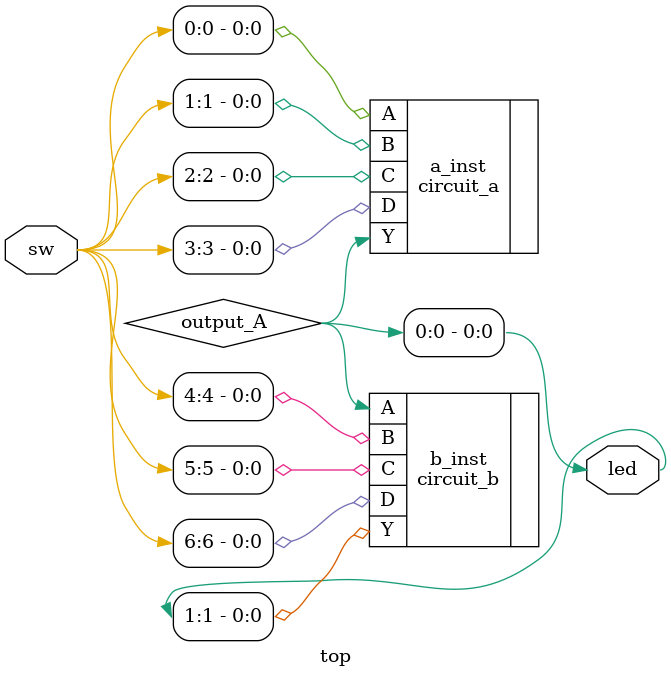
<source format=v>
module top (
    input  [6:0]sw,
    output [1:0]led
);

    wire output_A;
    assign led[0] = output_A;

    circuit_a a_inst (
        .A(sw[0]),
        .B(sw[1]),
        .C(sw[2]),
        .D(sw[3]),
        .Y(output_A)
    );

    circuit_b b_inst (
        .A(output_A),
        .B(sw[4]),
        .C(sw[5]),
        .D(sw[6]),
        .Y(led[1])
    );
endmodule

</source>
